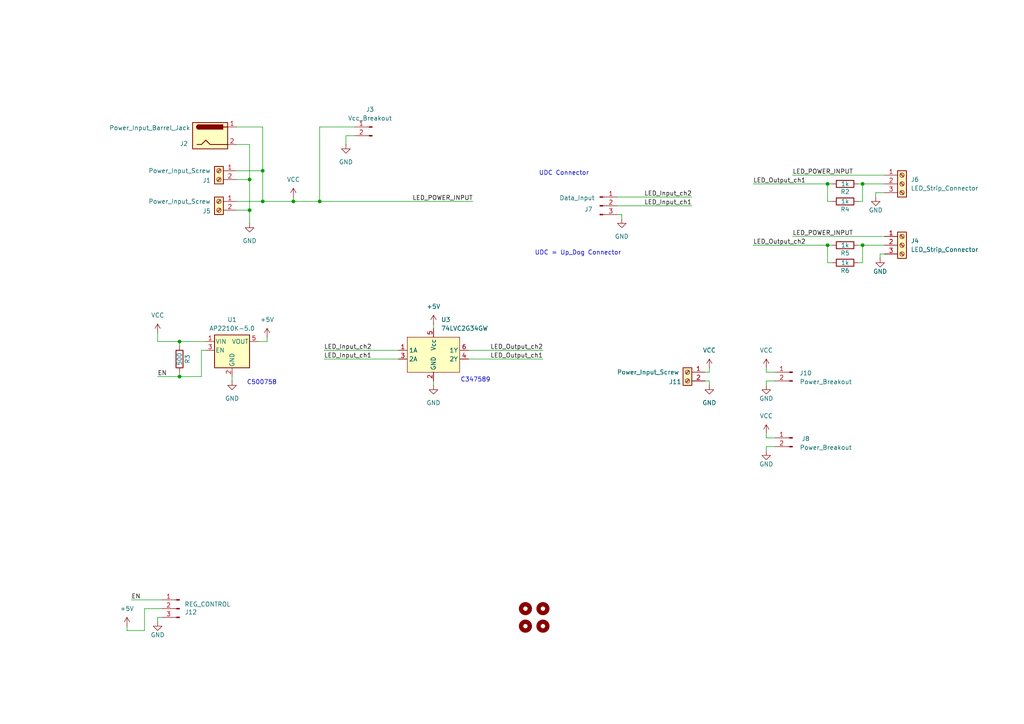
<source format=kicad_sch>
(kicad_sch (version 20231120) (generator "eeschema") (generator_version "8.0")
  (paper "A4")
  (lib_symbols
    (symbol "Connector:Barrel_Jack" (pin_names (offset 1.016))
      (property "Reference" "J" (at 0 5.334 0))
      (property "Value" "Barrel_Jack" (at 0 -5.08 0))
      (symbol "Barrel_Jack_0_1"
        (rectangle (start -5.08 3.81) (end 5.08 -3.81) (stroke (width 0.254)) (fill (type background)))
        (arc (start -3.302 3.175) (mid -3.9343 2.54) (end -3.302 1.905) (stroke (width 0.254)))
        (arc (start -3.302 3.175) (mid -3.9343 2.54) (end -3.302 1.905) (stroke (width 0.254)) (fill (type outline)))
        (polyline (pts (xy 5.08 2.54) (xy 3.81 2.54)) (stroke (width 0.254)))
        (polyline (pts (xy -3.81 -2.54) (xy -2.54 -2.54) (xy -1.27 -1.27) (xy 0 -2.54) (xy 2.54 -2.54) (xy 5.08 -2.54)) (stroke (width 0.254)))
        (rectangle (start 3.683 3.175) (end -3.302 1.905) (stroke (width 0.254)) (fill (type outline)))
      )
      (symbol "Barrel_Jack_1_1"
        (pin passive line (at 7.62 2.54 180) (length 2.54) (name "~") (number "1"))
        (pin passive line (at 7.62 -2.54 180) (length 2.54) (name "~") (number "2"))
      )
    )
    (symbol "Connector:Conn_01x02_Pin" (pin_names (offset 1.016) hide)
      (property "Reference" "J" (at 0 2.54 0))
      (property "Value" "Conn_01x02_Pin" (at 0 -5.08 0))
      (symbol "Conn_01x02_Pin_1_1"
        (polyline (pts (xy 1.27 -2.54) (xy 0.8636 -2.54)) (stroke (width 0.1524)))
        (polyline (pts (xy 1.27 0) (xy 0.8636 0)) (stroke (width 0.1524)))
        (rectangle (start 0.8636 -2.413) (end 0 -2.667) (stroke (width 0.1524)) (fill (type outline)))
        (rectangle (start 0.8636 0.127) (end 0 -0.127) (stroke (width 0.1524)) (fill (type outline)))
        (pin passive line (at 5.08 0 180) (length 3.81) (name "Pin_1") (number "1"))
        (pin passive line (at 5.08 -2.54 180) (length 3.81) (name "Pin_2") (number "2"))
      )
    )
    (symbol "Connector:Conn_01x03_Pin" (pin_names (offset 1.016) hide)
      (property "Reference" "J" (at 0 5.08 0))
      (property "Value" "Conn_01x03_Pin" (at 0 -5.08 0))
      (symbol "Conn_01x03_Pin_1_1"
        (polyline (pts (xy 1.27 -2.54) (xy 0.8636 -2.54)) (stroke (width 0.1524)))
        (polyline (pts (xy 1.27 0) (xy 0.8636 0)) (stroke (width 0.1524)))
        (polyline (pts (xy 1.27 2.54) (xy 0.8636 2.54)) (stroke (width 0.1524)))
        (rectangle (start 0.8636 -2.413) (end 0 -2.667) (stroke (width 0.1524)) (fill (type outline)))
        (rectangle (start 0.8636 0.127) (end 0 -0.127) (stroke (width 0.1524)) (fill (type outline)))
        (rectangle (start 0.8636 2.667) (end 0 2.413) (stroke (width 0.1524)) (fill (type outline)))
        (pin passive line (at 5.08 2.54 180) (length 3.81) (name "Pin_1") (number "1"))
        (pin passive line (at 5.08 0 180) (length 3.81) (name "Pin_2") (number "2"))
        (pin passive line (at 5.08 -2.54 180) (length 3.81) (name "Pin_3") (number "3"))
      )
    )
    (symbol "Connector:Screw_Terminal_01x02" (pin_names (offset 1.016) hide)
      (property "Reference" "J" (at 0 2.54 0))
      (property "Value" "Screw_Terminal_01x02" (at 0 -5.08 0))
      (symbol "Screw_Terminal_01x02_1_1"
        (rectangle (start -1.27 1.27) (end 1.27 -3.81) (stroke (width 0.254)) (fill (type background)))
        (circle (center 0 -2.54) (radius 0.635) (stroke (width 0.1524)))
        (polyline (pts (xy -0.5334 -2.2098) (xy 0.3302 -3.048)) (stroke (width 0.1524)))
        (polyline (pts (xy -0.5334 0.3302) (xy 0.3302 -0.508)) (stroke (width 0.1524)))
        (polyline (pts (xy -0.3556 -2.032) (xy 0.508 -2.8702)) (stroke (width 0.1524)))
        (polyline (pts (xy -0.3556 0.508) (xy 0.508 -0.3302)) (stroke (width 0.1524)))
        (circle (center 0 0) (radius 0.635) (stroke (width 0.1524)))
        (pin passive line (at -5.08 0 0) (length 3.81) (name "Pin_1") (number "1"))
        (pin passive line (at -5.08 -2.54 0) (length 3.81) (name "Pin_2") (number "2"))
      )
    )
    (symbol "Connector:Screw_Terminal_01x03" (pin_names (offset 1.016) hide)
      (property "Reference" "J" (at 0 5.08 0))
      (property "Value" "Screw_Terminal_01x03" (at 0 -5.08 0))
      (symbol "Screw_Terminal_01x03_1_1"
        (rectangle (start -1.27 3.81) (end 1.27 -3.81) (stroke (width 0.254)) (fill (type background)))
        (circle (center 0 -2.54) (radius 0.635) (stroke (width 0.1524)))
        (polyline (pts (xy -0.5334 -2.2098) (xy 0.3302 -3.048)) (stroke (width 0.1524)))
        (polyline (pts (xy -0.5334 0.3302) (xy 0.3302 -0.508)) (stroke (width 0.1524)))
        (polyline (pts (xy -0.5334 2.8702) (xy 0.3302 2.032)) (stroke (width 0.1524)))
        (polyline (pts (xy -0.3556 -2.032) (xy 0.508 -2.8702)) (stroke (width 0.1524)))
        (polyline (pts (xy -0.3556 0.508) (xy 0.508 -0.3302)) (stroke (width 0.1524)))
        (polyline (pts (xy -0.3556 3.048) (xy 0.508 2.2098)) (stroke (width 0.1524)))
        (circle (center 0 0) (radius 0.635) (stroke (width 0.1524)))
        (circle (center 0 2.54) (radius 0.635) (stroke (width 0.1524)))
        (pin passive line (at -5.08 2.54 0) (length 3.81) (name "Pin_1") (number "1"))
        (pin passive line (at -5.08 0 0) (length 3.81) (name "Pin_2") (number "2"))
        (pin passive line (at -5.08 -2.54 0) (length 3.81) (name "Pin_3") (number "3"))
      )
    )
    (symbol "Device:R" (pin_numbers hide) (pin_names (offset 0))
      (property "Reference" "R" (at 2.032 0 90))
      (property "Value" "R" (at 0 0 90))
      (symbol "R_0_1"
        (rectangle (start -1.016 -2.54) (end 1.016 2.54) (stroke (width 0.254)))
      )
      (symbol "R_1_1"
        (pin passive line (at 0 3.81 270) (length 1.27) (name "~") (number "1"))
        (pin passive line (at 0 -3.81 90) (length 1.27) (name "~") (number "2"))
      )
    )
    (symbol "Liam_Generic_symbols:74LVC2G34GW"
      (property "Reference" "U" (at 10.668 -12.7 0))
      (property "Value" "74LVC2G34GW" (at 14.732 1.27 0))
      (symbol "74LVC2G34GW_1_1"
        (rectangle (start 0 0) (end 15.24 -10.16) (fill (type background)))
        (pin input line (at -2.54 -3.81 0) (length 2.54) (name "1A") (number "1"))
        (pin power_in line (at 7.62 -12.7 90) (length 2.54) (name "GND") (number "2"))
        (pin input line (at -2.54 -6.35 0) (length 2.54) (name "2A") (number "3"))
        (pin input line (at 17.78 -6.35 180) (length 2.54) (name "2Y") (number "4"))
        (pin power_in line (at 7.62 2.54 270) (length 2.54) (name "Vcc") (number "5"))
        (pin input line (at 17.78 -3.81 180) (length 2.54) (name "1Y") (number "6"))
      )
    )
    (symbol "Mechanical:MountingHole" (pin_names (offset 1.016)) (exclude_from_sim yes) (in_bom no)
      (property "Reference" "H" (at 0 5.08 0))
      (property "Value" "MountingHole" (at 0 3.175 0))
      (symbol "MountingHole_0_1"
        (circle (center 0 0) (radius 1.27) (stroke (width 1.27)))
      )
    )
    (symbol "Regulator_Linear:AP2204K-5.0" (pin_names (offset 0.254))
      (property "Reference" "U" (at -5.08 5.715 0))
      (property "Value" "AP2204K-5.0" (at 0 5.715 0))
      (symbol "AP2204K-5.0_0_1"
        (rectangle (start -5.08 4.445) (end 5.08 -5.08) (stroke (width 0.254)) (fill (type background)))
      )
      (symbol "AP2204K-5.0_1_1"
        (pin power_in line (at -7.62 2.54 0) (length 2.54) (name "VIN") (number "1"))
        (pin power_in line (at 0 -7.62 90) (length 2.54) (name "GND") (number "2"))
        (pin input line (at -7.62 0 0) (length 2.54) (name "EN") (number "3"))
        (pin no_connect line (at 5.08 0 180) (length 2.54) hide (name "NC") (number "4"))
        (pin power_out line (at 7.62 2.54 180) (length 2.54) (name "VOUT") (number "5"))
      )
    )
    (symbol "power:+5V" (power) (pin_numbers hide) (pin_names (offset 0) hide)
      (property "Value" "+5V" (at 0 3.556 0))
      (symbol "+5V_0_1"
        (polyline (pts (xy -0.762 1.27) (xy 0 2.54)))
        (polyline (pts (xy 0 0) (xy 0 2.54)))
        (polyline (pts (xy 0 2.54) (xy 0.762 1.27)))
      )
      (symbol "+5V_1_1"
        (pin power_in line (at 0 0 90) (length 0) (name "~") (number "1"))
      )
    )
    (symbol "power:GND" (power) (pin_numbers hide) (pin_names (offset 0) hide)
      (property "Value" "GND" (at 0 -3.81 0))
      (symbol "GND_0_1"
        (polyline (pts (xy 0 0) (xy 0 -1.27) (xy 1.27 -1.27) (xy 0 -2.54) (xy -1.27 -1.27) (xy 0 -1.27)))
      )
      (symbol "GND_1_1"
        (pin power_in line (at 0 0 270) (length 0) (name "~") (number "1"))
      )
    )
    (symbol "power:VCC" (power) (pin_numbers hide) (pin_names (offset 0) hide)
      (property "Value" "VCC" (at 0 3.556 0))
      (symbol "VCC_0_1"
        (polyline (pts (xy -0.762 1.27) (xy 0 2.54)))
        (polyline (pts (xy 0 0) (xy 0 2.54)))
        (polyline (pts (xy 0 2.54) (xy 0.762 1.27)))
      )
      (symbol "VCC_1_1"
        (pin power_in line (at 0 0 90) (length 0) (name "~") (number "1"))
      )
    )
  )
  (junction (at 72.39 52.07))
  (junction (at 250.19 53.34))
  (junction (at 250.19 71.12))
  (junction (at 72.39 60.96))
  (junction (at 92.71 58.42))
  (junction (at 76.2 49.53))
  (junction (at 240.03 53.34))
  (junction (at 52.07 99.06))
  (junction (at 52.07 109.22))
  (junction (at 240.03 71.12))
  (junction (at 76.2 58.42))
  (junction (at 85.09 58.42))
  (wire (pts (xy 255.27 73.66) (xy 255.27 74.93)))
  (wire (pts (xy 205.74 107.95) (xy 204.47 107.95)))
  (wire (pts (xy 240.03 53.34) (xy 240.03 58.42)))
  (wire (pts (xy 85.09 58.42) (xy 92.71 58.42)))
  (wire (pts (xy 72.39 41.91) (xy 72.39 52.07)))
  (wire (pts (xy 76.2 36.83) (xy 76.2 49.53)))
  (wire (pts (xy 67.31 109.22) (xy 67.31 110.49)))
  (wire (pts (xy 248.92 58.42) (xy 250.19 58.42)))
  (wire (pts (xy 45.72 99.06) (xy 52.07 99.06)))
  (wire (pts (xy 52.07 107.95) (xy 52.07 109.22)))
  (wire (pts (xy 92.71 58.42) (xy 137.16 58.42)))
  (wire (pts (xy 58.42 109.22) (xy 58.42 101.6)))
  (wire (pts (xy 46.99 179.07) (xy 45.72 179.07)))
  (wire (pts (xy 125.73 93.98) (xy 125.73 95.25)))
  (wire (pts (xy 179.07 57.15) (xy 200.66 57.15)))
  (wire (pts (xy 205.74 106.68) (xy 205.74 107.95)))
  (wire (pts (xy 41.91 176.53) (xy 46.99 176.53)))
  (wire (pts (xy 256.54 73.66) (xy 255.27 73.66)))
  (wire (pts (xy 250.19 53.34) (xy 248.92 53.34)))
  (wire (pts (xy 45.72 179.07) (xy 45.72 180.34)))
  (wire (pts (xy 224.79 110.49) (xy 222.25 110.49)))
  (wire (pts (xy 250.19 53.34) (xy 250.19 58.42)))
  (wire (pts (xy 250.19 53.34) (xy 256.54 53.34)))
  (wire (pts (xy 224.79 129.54) (xy 222.25 129.54)))
  (wire (pts (xy 205.74 110.49) (xy 205.74 111.76)))
  (wire (pts (xy 68.58 58.42) (xy 76.2 58.42)))
  (wire (pts (xy 58.42 101.6) (xy 59.69 101.6)))
  (wire (pts (xy 222.25 125.73) (xy 222.25 127)))
  (wire (pts (xy 68.58 52.07) (xy 72.39 52.07)))
  (wire (pts (xy 241.3 76.2) (xy 240.03 76.2)))
  (wire (pts (xy 72.39 52.07) (xy 72.39 60.96)))
  (wire (pts (xy 229.87 68.58) (xy 256.54 68.58)))
  (wire (pts (xy 240.03 71.12) (xy 218.44 71.12)))
  (wire (pts (xy 76.2 58.42) (xy 85.09 58.42)))
  (wire (pts (xy 241.3 58.42) (xy 240.03 58.42)))
  (wire (pts (xy 179.07 62.23) (xy 180.34 62.23)))
  (wire (pts (xy 222.25 107.95) (xy 224.79 107.95)))
  (wire (pts (xy 77.47 99.06) (xy 74.93 99.06)))
  (wire (pts (xy 52.07 99.06) (xy 52.07 100.33)))
  (wire (pts (xy 72.39 60.96) (xy 72.39 64.77)))
  (wire (pts (xy 125.73 110.49) (xy 125.73 111.76)))
  (wire (pts (xy 256.54 55.88) (xy 254 55.88)))
  (wire (pts (xy 45.72 109.22) (xy 52.07 109.22)))
  (wire (pts (xy 222.25 127) (xy 224.79 127)))
  (wire (pts (xy 77.47 97.79) (xy 77.47 99.06)))
  (wire (pts (xy 102.87 39.37) (xy 100.33 39.37)))
  (wire (pts (xy 254 55.88) (xy 254 57.15)))
  (wire (pts (xy 68.58 60.96) (xy 72.39 60.96)))
  (wire (pts (xy 135.89 104.14) (xy 157.48 104.14)))
  (wire (pts (xy 229.87 50.8) (xy 256.54 50.8)))
  (wire (pts (xy 240.03 53.34) (xy 218.44 53.34)))
  (wire (pts (xy 250.19 71.12) (xy 248.92 71.12)))
  (wire (pts (xy 102.87 36.83) (xy 92.71 36.83)))
  (wire (pts (xy 92.71 36.83) (xy 92.71 58.42)))
  (wire (pts (xy 41.91 182.88) (xy 41.91 176.53)))
  (wire (pts (xy 68.58 49.53) (xy 76.2 49.53)))
  (wire (pts (xy 36.83 182.88) (xy 41.91 182.88)))
  (wire (pts (xy 248.92 76.2) (xy 250.19 76.2)))
  (wire (pts (xy 76.2 49.53) (xy 76.2 58.42)))
  (wire (pts (xy 204.47 110.49) (xy 205.74 110.49)))
  (wire (pts (xy 100.33 39.37) (xy 100.33 41.91)))
  (wire (pts (xy 250.19 71.12) (xy 256.54 71.12)))
  (wire (pts (xy 222.25 106.68) (xy 222.25 107.95)))
  (wire (pts (xy 222.25 129.54) (xy 222.25 130.81)))
  (wire (pts (xy 68.58 36.83) (xy 76.2 36.83)))
  (wire (pts (xy 179.07 59.69) (xy 200.66 59.69)))
  (wire (pts (xy 222.25 110.49) (xy 222.25 111.76)))
  (wire (pts (xy 115.57 101.6) (xy 93.98 101.6)))
  (wire (pts (xy 135.89 101.6) (xy 157.48 101.6)))
  (wire (pts (xy 240.03 53.34) (xy 241.3 53.34)))
  (wire (pts (xy 68.58 41.91) (xy 72.39 41.91)))
  (wire (pts (xy 85.09 57.15) (xy 85.09 58.42)))
  (wire (pts (xy 250.19 71.12) (xy 250.19 76.2)))
  (wire (pts (xy 180.34 62.23) (xy 180.34 63.5)))
  (wire (pts (xy 115.57 104.14) (xy 93.98 104.14)))
  (wire (pts (xy 240.03 71.12) (xy 240.03 76.2)))
  (wire (pts (xy 52.07 109.22) (xy 58.42 109.22)))
  (wire (pts (xy 36.83 181.61) (xy 36.83 182.88)))
  (wire (pts (xy 241.3 71.12) (xy 240.03 71.12)))
  (wire (pts (xy 45.72 96.52) (xy 45.72 99.06)))
  (wire (pts (xy 52.07 99.06) (xy 59.69 99.06)))
  (wire (pts (xy 38.1 173.99) (xy 46.99 173.99)))
  (text "C500758" (at 75.946 110.998 0) (effects (font (size 1.27 1.27))))
  (text "UDC Connector" (at 163.576 50.292 0) (effects (font (size 1.27 1.27))))
  (text "UDC = Up_Dog Connector" (at 167.64 73.406 0) (effects (font (size 1.27 1.27))))
  (text "C347589" (at 137.922 110.236 0) (effects (font (size 1.27 1.27))))
  (label "EN" (at 38.1 173.99 0))
  (label "LED_POWER_INPUT" (at 229.87 50.8 0))
  (label "LED_Output_ch1" (at 218.44 53.34 0))
  (label "LED_Input_ch2" (at 200.66 57.15 180))
  (label "LED_Output_ch1" (at 157.48 104.14 180))
  (label "LED_Output_ch2" (at 157.48 101.6 180))
  (label "LED_POWER_INPUT" (at 229.87 68.58 0))
  (label "LED_Input_ch1" (at 200.66 59.69 180))
  (label "EN" (at 45.72 109.22 0))
  (label "LED_Input_ch2" (at 93.98 101.6 0))
  (label "LED_POWER_INPUT" (at 137.16 58.42 180))
  (label "LED_Input_ch1" (at 93.98 104.14 0))
  (label "LED_Output_ch2" (at 218.44 71.12 0))
  (symbol (lib_id "Connector:Conn_01x03_Pin") (at 52.07 176.53 0) (mirror y) (unit 1)
    (property "Reference" "J12" (at 55.372 177.546 0))
    (property "Value" "REG_CONTROL" (at 60.198 175.26 0))
    (property "Footprint" "Connector_PinHeader_2.54mm:PinHeader_1x03_P2.54mm_Vertical" (effects (hide yes)))
    (property "Description" "Generic connector, single row, 01x03, script generated" (effects (hide yes)))
  )
  (symbol (lib_id "Regulator_Linear:AP2204K-5.0") (at 67.31 101.6 0) (unit 1)
    (property "Reference" "U1" (at 67.31 92.71 0))
    (property "Value" "AP2210K-5.0" (at 67.31 95.25 0))
    (property "Footprint" "Package_TO_SOT_SMD:SOT-23-5" (effects (hide yes)))
    (property "Datasheet" "https://www.diodes.com/assets/Datasheets/AP2204.pdf" (effects (hide yes)))
    (property "Description" "150mA low dropout linear regulator, wide input voltage range, 5.0V fixed positive output, SOT-23-5" (effects (hide yes)))
  )
  (symbol (lib_id "Device:R") (at 245.11 53.34 90) (unit 1)
    (property "Reference" "R2" (at 245.11 55.626 90))
    (property "Value" "1k" (at 245.11 53.34 90))
    (property "Footprint" "Resistor_SMD:R_1206_3216Metric_Pad1.30x1.75mm_HandSolder" (effects (hide yes)))
    (property "Description" "Resistor" (effects (hide yes)))
  )
  (symbol (lib_id "power:GND") (at 205.74 111.76 0) (unit 1)
    (property "Reference" "#PWR08" (effects (hide yes)))
    (property "Value" "GND" (at 205.74 116.84 0))
    (property "Description" "Power symbol creates a global label with name \"GND\" , ground" (effects (hide yes)))
  )
  (symbol (lib_id "Liam_Generic_symbols:74LVC2G34GW") (at 118.11 97.79 0) (unit 1)
    (property "Reference" "U3" (at 127.9241 92.71 0) (effects (justify left)))
    (property "Value" "74LVC2G34GW" (at 127.9241 95.25 0) (effects (justify left)))
    (property "Footprint" "Package_TO_SOT_SMD:SOT-23-6_Handsoldering" (effects (hide yes)))
  )
  (symbol (lib_id "power:+5V") (at 77.47 97.79 0) (unit 1)
    (property "Reference" "#PWR020" (effects (hide yes)))
    (property "Value" "+5V" (at 77.47 92.71 0))
    (property "Description" "Power symbol creates a global label with name \"+5V\"" (effects (hide yes)))
  )
  (symbol (lib_id "Connector:Barrel_Jack") (at 60.96 39.37 0) (unit 1)
    (property "Reference" "J2" (at 53.34 41.656 0))
    (property "Value" "Power_Input_Barrel_Jack" (at 43.434 37.084 0))
    (property "Footprint" "Connector_BarrelJack:BarrelJack_Horizontal" (effects (hide yes)))
    (property "Description" "DC Barrel Jack" (effects (hide yes)))
  )
  (symbol (lib_id "power:VCC") (at 222.25 106.68 0) (unit 1)
    (property "Reference" "#PWR016" (effects (hide yes)))
    (property "Value" "VCC" (at 222.25 101.6 0))
    (property "Description" "Power symbol creates a global label with name \"VCC\"" (effects (hide yes)))
  )
  (symbol (lib_id "power:GND") (at 255.27 74.93 0) (unit 1)
    (property "Reference" "#PWR04" (effects (hide yes)))
    (property "Value" "GND" (at 255.27 78.74 0))
    (property "Description" "Power symbol creates a global label with name \"GND\" , ground" (effects (hide yes)))
  )
  (symbol (lib_id "power:+5V") (at 125.73 93.98 0) (unit 1)
    (property "Reference" "#PWR010" (effects (hide yes)))
    (property "Value" "+5V" (at 125.73 88.9 0))
    (property "Description" "Power symbol creates a global label with name \"+5V\"" (effects (hide yes)))
  )
  (symbol (lib_id "power:GND") (at 125.73 111.76 0) (unit 1)
    (property "Reference" "#PWR011" (effects (hide yes)))
    (property "Value" "GND" (at 125.73 116.84 0))
    (property "Description" "Power symbol creates a global label with name \"GND\" , ground" (effects (hide yes)))
  )
  (symbol (lib_id "Connector:Conn_01x02_Pin") (at 229.87 127 0) (mirror y) (unit 1)
    (property "Reference" "J8" (at 233.68 127.254 0))
    (property "Value" "Power_Breakout" (at 239.522 129.794 0))
    (property "Footprint" "Connector_PinHeader_2.54mm:PinHeader_1x02_P2.54mm_Vertical" (effects (hide yes)))
    (property "Description" "Generic connector, single row, 01x02, script generated" (effects (hide yes)))
  )
  (symbol (lib_id "power:VCC") (at 85.09 57.15 0) (unit 1)
    (property "Reference" "#PWR06" (effects (hide yes)))
    (property "Value" "VCC" (at 85.09 52.07 0))
    (property "Description" "Power symbol creates a global label with name \"VCC\"" (effects (hide yes)))
  )
  (symbol (lib_id "power:GND") (at 45.72 180.34 0) (unit 1)
    (property "Reference" "#PWR015" (effects (hide yes)))
    (property "Value" "GND" (at 45.72 184.15 0))
    (property "Description" "Power symbol creates a global label with name \"GND\" , ground" (effects (hide yes)))
  )
  (symbol (lib_id "Connector:Screw_Terminal_01x02") (at 63.5 58.42 0) (mirror y) (unit 1)
    (property "Reference" "J5" (at 59.944 61.214 0))
    (property "Value" "Power_Input_Screw" (at 52.07 58.42 0))
    (property "Footprint" "TerminalBlock:TerminalBlock_bornier-2_P5.08mm" (effects (hide yes)))
    (property "Description" "Generic screw terminal, single row, 01x02, script generated (kicad-library-utils/schlib/autogen/connector/)" (effects (hide yes)))
  )
  (symbol (lib_id "power:GND") (at 222.25 130.81 0) (unit 1)
    (property "Reference" "#PWR013" (effects (hide yes)))
    (property "Value" "GND" (at 222.25 134.62 0))
    (property "Description" "Power symbol creates a global label with name \"GND\" , ground" (effects (hide yes)))
  )
  (symbol (lib_id "Device:R") (at 245.11 76.2 90) (unit 1)
    (property "Reference" "R6" (at 245.11 78.486 90))
    (property "Value" "1k" (at 245.11 76.2 90))
    (property "Footprint" "Resistor_SMD:R_1206_3216Metric_Pad1.30x1.75mm_HandSolder" (effects (hide yes)))
    (property "Description" "Resistor" (effects (hide yes)))
  )
  (symbol (lib_id "Device:R") (at 245.11 58.42 90) (unit 1)
    (property "Reference" "R4" (at 245.11 60.706 90))
    (property "Value" "1k" (at 245.11 58.42 90))
    (property "Footprint" "Resistor_SMD:R_1206_3216Metric_Pad1.30x1.75mm_HandSolder" (effects (hide yes)))
    (property "Description" "Resistor" (effects (hide yes)))
  )
  (symbol (lib_id "Device:R") (at 245.11 71.12 90) (unit 1)
    (property "Reference" "R5" (at 245.11 73.406 90))
    (property "Value" "1k" (at 245.11 71.12 90))
    (property "Footprint" "Resistor_SMD:R_1206_3216Metric_Pad1.30x1.75mm_HandSolder" (effects (hide yes)))
    (property "Description" "Resistor" (effects (hide yes)))
  )
  (symbol (lib_id "Mechanical:MountingHole") (at 152.4 176.53 0) (unit 1) (exclude_from_sim yes) (in_bom no)
    (property "Reference" "H1" (effects (hide yes)))
    (property "Value" "MountingHole" (effects (hide yes)))
    (property "Footprint" "MountingHole:MountingHole_4.3mm_M4" (effects (hide yes)))
    (property "Description" "Mounting Hole without connection" (effects (hide yes)))
  )
  (symbol (lib_id "power:GND") (at 222.25 111.76 0) (unit 1)
    (property "Reference" "#PWR017" (effects (hide yes)))
    (property "Value" "GND" (at 222.25 115.57 0))
    (property "Description" "Power symbol creates a global label with name \"GND\" , ground" (effects (hide yes)))
  )
  (symbol (lib_id "power:GND") (at 67.31 110.49 0) (unit 1)
    (property "Reference" "#PWR09" (effects (hide yes)))
    (property "Value" "GND" (at 67.31 115.57 0))
    (property "Description" "Power symbol creates a global label with name \"GND\" , ground" (effects (hide yes)))
  )
  (symbol (lib_id "Connector:Screw_Terminal_01x02") (at 63.5 49.53 0) (mirror y) (unit 1)
    (property "Reference" "J1" (at 59.944 52.324 0))
    (property "Value" "Power_Input_Screw" (at 52.07 49.53 0))
    (property "Footprint" "TerminalBlock:TerminalBlock_bornier-2_P5.08mm" (effects (hide yes)))
    (property "Description" "Generic screw terminal, single row, 01x02, script generated (kicad-library-utils/schlib/autogen/connector/)" (effects (hide yes)))
  )
  (symbol (lib_id "Connector:Screw_Terminal_01x03") (at 261.62 71.12 0) (unit 1)
    (property "Reference" "J4" (at 264.16 69.8499 0) (effects (justify left)))
    (property "Value" "LED_Strip_Connector" (at 264.16 72.3899 0) (effects (justify left)))
    (property "Footprint" "TerminalBlock:TerminalBlock_Xinya_XY308-2.54-3P_1x03_P2.54mm_Horizontal" (effects (hide yes)))
    (property "Description" "Generic screw terminal, single row, 01x03, script generated (kicad-library-utils/schlib/autogen/connector/)" (effects (hide yes)))
  )
  (symbol (lib_id "Connector:Conn_01x02_Pin") (at 107.95 36.83 0) (mirror y) (unit 1)
    (property "Reference" "J3" (at 107.315 31.75 0))
    (property "Value" "Vcc_Breakout" (at 107.315 34.29 0))
    (property "Footprint" "Connector_PinHeader_2.54mm:PinHeader_1x02_P2.54mm_Vertical" (effects (hide yes)))
    (property "Description" "Generic connector, single row, 01x02, script generated" (effects (hide yes)))
  )
  (symbol (lib_id "power:GND") (at 72.39 64.77 0) (unit 1)
    (property "Reference" "#PWR01" (effects (hide yes)))
    (property "Value" "GND" (at 72.39 69.85 0))
    (property "Description" "Power symbol creates a global label with name \"GND\" , ground" (effects (hide yes)))
  )
  (symbol (lib_id "power:VCC") (at 222.25 125.73 0) (unit 1)
    (property "Reference" "#PWR012" (effects (hide yes)))
    (property "Value" "VCC" (at 222.25 120.65 0))
    (property "Description" "Power symbol creates a global label with name \"VCC\"" (effects (hide yes)))
  )
  (symbol (lib_id "Connector:Conn_01x03_Pin") (at 173.99 59.69 0) (unit 1)
    (property "Reference" "J7" (at 170.688 60.706 0))
    (property "Value" "Data_Input" (at 167.386 57.404 0))
    (property "Footprint" "Connector_PinHeader_2.54mm:PinHeader_1x03_P2.54mm_Vertical" (effects (hide yes)))
    (property "Description" "Generic connector, single row, 01x03, script generated" (effects (hide yes)))
  )
  (symbol (lib_id "Connector:Screw_Terminal_01x03") (at 261.62 53.34 0) (unit 1)
    (property "Reference" "J6" (at 264.16 52.0699 0) (effects (justify left)))
    (property "Value" "LED_Strip_Connector" (at 264.16 54.6099 0) (effects (justify left)))
    (property "Footprint" "TerminalBlock:TerminalBlock_Xinya_XY308-2.54-3P_1x03_P2.54mm_Horizontal" (effects (hide yes)))
    (property "Description" "Generic screw terminal, single row, 01x03, script generated (kicad-library-utils/schlib/autogen/connector/)" (effects (hide yes)))
  )
  (symbol (lib_id "Device:R") (at 52.07 104.14 180) (unit 1)
    (property "Reference" "R3" (at 54.356 104.14 90))
    (property "Value" "500" (at 52.07 104.14 90))
    (property "Footprint" "Resistor_SMD:R_1206_3216Metric_Pad1.30x1.75mm_HandSolder" (effects (hide yes)))
    (property "Description" "Resistor" (effects (hide yes)))
  )
  (symbol (lib_id "power:+5V") (at 36.83 181.61 0) (unit 1)
    (property "Reference" "#PWR014" (effects (hide yes)))
    (property "Value" "+5V" (at 36.83 176.53 0))
    (property "Description" "Power symbol creates a global label with name \"+5V\"" (effects (hide yes)))
  )
  (symbol (lib_id "Mechanical:MountingHole") (at 157.48 181.61 0) (unit 1) (exclude_from_sim yes) (in_bom no)
    (property "Reference" "H5" (effects (hide yes)))
    (property "Value" "MountingHole" (effects (hide yes)))
    (property "Footprint" "MountingHole:MountingHole_4.3mm_M4" (effects (hide yes)))
    (property "Description" "Mounting Hole without connection" (effects (hide yes)))
  )
  (symbol (lib_id "Connector:Screw_Terminal_01x02") (at 199.39 107.95 0) (mirror y) (unit 1)
    (property "Reference" "J11" (at 195.834 110.744 0))
    (property "Value" "Power_Input_Screw" (at 187.96 107.95 0))
    (property "Footprint" "TerminalBlock:TerminalBlock_bornier-2_P5.08mm" (effects (hide yes)))
    (property "Description" "Generic screw terminal, single row, 01x02, script generated (kicad-library-utils/schlib/autogen/connector/)" (effects (hide yes)))
  )
  (symbol (lib_id "power:GND") (at 180.34 63.5 0) (unit 1)
    (property "Reference" "#PWR05" (effects (hide yes)))
    (property "Value" "GND" (at 180.34 68.58 0))
    (property "Description" "Power symbol creates a global label with name \"GND\" , ground" (effects (hide yes)))
  )
  (symbol (lib_id "Mechanical:MountingHole") (at 157.48 176.53 0) (unit 1) (exclude_from_sim yes) (in_bom no)
    (property "Reference" "H2" (effects (hide yes)))
    (property "Value" "MountingHole" (effects (hide yes)))
    (property "Footprint" "MountingHole:MountingHole_4.3mm_M4" (effects (hide yes)))
    (property "Description" "Mounting Hole without connection" (effects (hide yes)))
  )
  (symbol (lib_id "power:GND") (at 100.33 41.91 0) (unit 1)
    (property "Reference" "#PWR02" (effects (hide yes)))
    (property "Value" "GND" (at 100.33 46.99 0))
    (property "Description" "Power symbol creates a global label with name \"GND\" , ground" (effects (hide yes)))
  )
  (symbol (lib_id "Mechanical:MountingHole") (at 152.4 181.61 0) (unit 1) (exclude_from_sim yes) (in_bom no)
    (property "Reference" "H4" (effects (hide yes)))
    (property "Value" "MountingHole" (effects (hide yes)))
    (property "Footprint" "MountingHole:MountingHole_4.3mm_M4" (effects (hide yes)))
    (property "Description" "Mounting Hole without connection" (effects (hide yes)))
  )
  (symbol (lib_id "Connector:Conn_01x02_Pin") (at 229.87 107.95 0) (mirror y) (unit 1)
    (property "Reference" "J10" (at 233.68 108.204 0))
    (property "Value" "Power_Breakout" (at 239.522 110.744 0))
    (property "Footprint" "Connector_PinHeader_2.54mm:PinHeader_1x02_P2.54mm_Vertical" (effects (hide yes)))
    (property "Description" "Generic connector, single row, 01x02, script generated" (effects (hide yes)))
  )
  (symbol (lib_id "power:VCC") (at 45.72 96.52 0) (unit 1)
    (property "Reference" "#PWR019" (effects (hide yes)))
    (property "Value" "VCC" (at 45.72 91.44 0))
    (property "Description" "Power symbol creates a global label with name \"VCC\"" (effects (hide yes)))
  )
  (symbol (lib_id "power:GND") (at 254 57.15 0) (unit 1)
    (property "Reference" "#PWR03" (effects (hide yes)))
    (property "Value" "GND" (at 254 60.96 0))
    (property "Description" "Power symbol creates a global label with name \"GND\" , ground" (effects (hide yes)))
  )
  (symbol (lib_id "power:VCC") (at 205.74 106.68 0) (unit 1)
    (property "Reference" "#PWR07" (effects (hide yes)))
    (property "Value" "VCC" (at 205.74 101.6 0))
    (property "Description" "Power symbol creates a global label with name \"VCC\"" (effects (hide yes)))
  )
)
</source>
